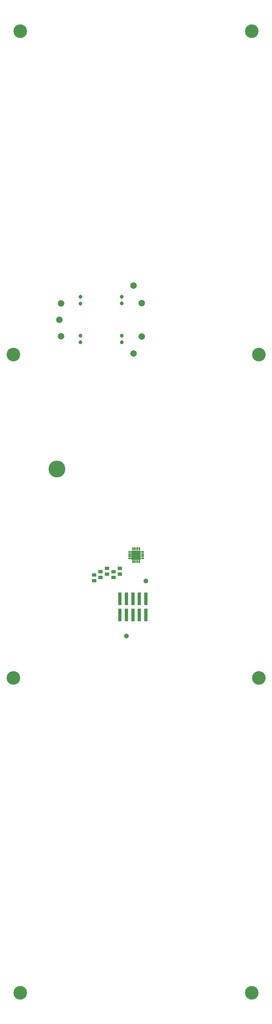
<source format=gbs>
%FSLAX44Y44*%
%MOMM*%
G71*
G01*
G75*
G04 Layer_Color=16711935*
%ADD10R,6.0000X2.5000*%
%ADD11R,4.0000X6.9850*%
%ADD12R,2.5000X6.0000*%
%ADD13R,6.9850X4.0000*%
%ADD14C,1.0000*%
%ADD15C,0.2540*%
%ADD16C,5.0000*%
%ADD17C,1.0000*%
%ADD18C,1.8000*%
%ADD19C,4.0000*%
%ADD20C,1.2700*%
%ADD21R,1.0200X3.8000*%
%ADD22R,1.2192X0.8128*%
%ADD23R,0.3556X0.7620*%
%ADD24R,0.7620X0.3556*%
%ADD25R,2.7940X2.7940*%
%ADD26C,0.2730*%
%ADD27R,6.2032X2.7032*%
%ADD28R,4.2032X7.1882*%
%ADD29R,2.7032X6.2032*%
%ADD30R,7.1882X4.2032*%
%ADD31C,5.2032*%
%ADD32C,1.2032*%
%ADD33C,2.0032*%
%ADD34C,4.2032*%
%ADD35C,1.4732*%
%ADD36R,1.1200X3.9000*%
%ADD37R,1.4224X1.0160*%
%ADD38R,0.5588X0.9652*%
%ADD39R,0.9652X0.5588*%
%ADD40R,2.9972X2.9972*%
D31*
X165000Y1746000D02*
D03*
D32*
X238052Y2138133D02*
D03*
Y2258029D02*
D03*
X366052Y2138133D02*
D03*
Y2258133D02*
D03*
Y2278889D02*
D03*
Y2158889D02*
D03*
X238052Y2278785D02*
D03*
Y2158889D02*
D03*
D33*
X172771Y2208128D02*
D03*
X177475Y2258907D02*
D03*
X402148Y2313484D02*
D03*
X427205Y2259001D02*
D03*
Y2155998D02*
D03*
X402148Y2103261D02*
D03*
X177475Y2156907D02*
D03*
D34*
X30000Y1100000D02*
D03*
X52000Y126500D02*
D03*
X768000D02*
D03*
X790000Y1100000D02*
D03*
Y2100000D02*
D03*
X768000Y3100000D02*
D03*
X52000D02*
D03*
X30000Y2100000D02*
D03*
D35*
X440000Y1400000D02*
D03*
X380000Y1230000D02*
D03*
D36*
X360000Y1345350D02*
D03*
Y1294650D02*
D03*
X380000Y1345350D02*
D03*
Y1294650D02*
D03*
X400000Y1345350D02*
D03*
Y1294650D02*
D03*
X420000Y1345350D02*
D03*
Y1294650D02*
D03*
X440000Y1345350D02*
D03*
Y1294650D02*
D03*
D37*
X300000Y1429000D02*
D03*
Y1410856D02*
D03*
X320000Y1439000D02*
D03*
Y1420856D02*
D03*
X340000Y1429000D02*
D03*
Y1410856D02*
D03*
X360000Y1439000D02*
D03*
Y1420856D02*
D03*
X280000Y1419000D02*
D03*
Y1400856D02*
D03*
D38*
X419750Y1460315D02*
D03*
X413250D02*
D03*
X406750D02*
D03*
X400250D02*
D03*
Y1499685D02*
D03*
X406750D02*
D03*
X413250D02*
D03*
X419750D02*
D03*
D39*
X390315Y1470250D02*
D03*
Y1476750D02*
D03*
Y1483250D02*
D03*
Y1489750D02*
D03*
X429685D02*
D03*
Y1483250D02*
D03*
Y1476750D02*
D03*
Y1470250D02*
D03*
D40*
X410000Y1480000D02*
D03*
M02*

</source>
